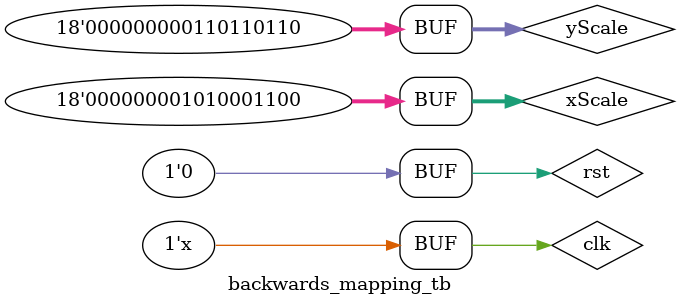
<source format=v>
`timescale 1ns / 1ps


module backwards_mapping_tb();
parameter CHANNELS = 1;
parameter COLOR_DEPTH = 8;      // How many bits are the pixels represented as 
parameter ORIG_X_SIZE = 11;    // Original image width 11 bit for 1080p 
parameter ORIG_Y_SIZE = 11;    // Original image height
parameter TF_X_SIZE = 11;     // Transformed image width
parameter TF_Y_SIZE = 11;      // Transformed image height

//-------------------------
// Fixed point representation properties Q8.10 means 8 integer bits and 10 fractional bits. sign bit is not needed here
parameter FRACT_BITS = 10;       // Fixed poin number fractional part length
parameter FIXED_POINT_BITS = 18;
parameter INT_BITS = FIXED_POINT_BITS - FRACT_BITS;

reg clk = 1;
reg rst = 1;

reg [FIXED_POINT_BITS-1:0] xScale = {8'b0,10'b1010001100};  //origResolutionX/tfResolutionX = xScale
reg [FIXED_POINT_BITS-1:0] yScale = {8'b0,10'b0110110110};  //origResolutionY/tfResolutionY = yScale
backwards_mapping 
#(
    .CHANNELS(CHANNELS),
    .COLOR_DEPTH(COLOR_DEPTH),
    .ORIG_X_SIZE(ORIG_X_SIZE),
    .ORIG_Y_SIZE(ORIG_Y_SIZE),
    .TF_X_SIZE(TF_X_SIZE),
    .TF_Y_SIZE(TF_Y_SIZE),
    .FRACT_BITS(FRACT_BITS),
    .FIXED_POINT_BITS(FIXED_POINT_BITS)
)
uut
(
    .clk(clk),
    .rst(rst),
    .dataIn(),
    .dataOut(),
    .origResolutionX(11'd8),
    .origResolutionY(11'd4),
    .tfResolutionX(11'd12),
    .tfResolutionY(11'd8),
    .xScale(xScale),
    .yScale(yScale),
    .px00(24'hffffff),
    .px01(24'hffffff),
    .px10(24'hffffff),
    .px11(24'hffffff)
);

always #5
   clk <= ~clk;
   
initial
begin
   rst <= 1;
   #20 
   rst <= 0;
end


endmodule

</source>
